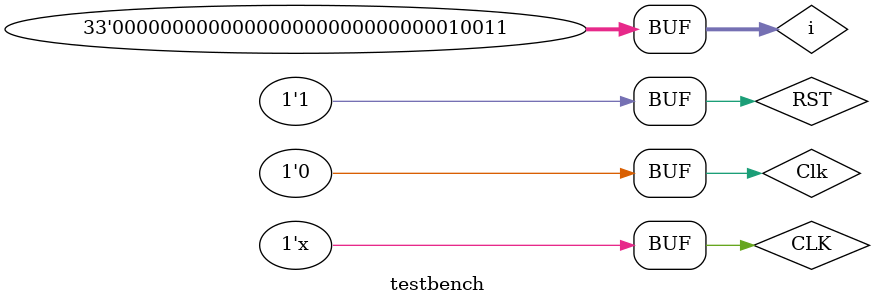
<source format=v>
`timescale 1ns / 1ps


module testbench;

	// Inputs
	reg Clk;
	reg RST;

	// Outputs
	wire [3:0] OUT;
	reg [32:0] i;

	// Instantiate the Unit Under Test (UUT)
	DEMLEN4BIT_MOD10 uut (
		.Clk(Clk), 
		.RST(RST), 
		.OUT(OUT)
	);

	initial begin
		// Initialize Inputs
		Clk = 0;
		RST = 0;

		// Wait 100 ns for global reset to finish
		#100;
		for( i = 0; i< 19; i = i + 1) begin #5 CLK = ~CLK; #5 CLK = ~CLK; end
		for( i = 0; i< 19; i = i + 1) begin #5 CLK = ~CLK; #5 CLK = ~CLK; end
		RST = 1;
		for( i = 0; i< 19; i = i + 1) begin #5 CLK = ~CLK; #5 CLK = ~CLK; end
		for( i = 0; i< 19; i = i + 1) begin #5 CLK = ~CLK; #5 CLK = ~CLK; end
		// Add stimulus here

	end
      
endmodule


</source>
